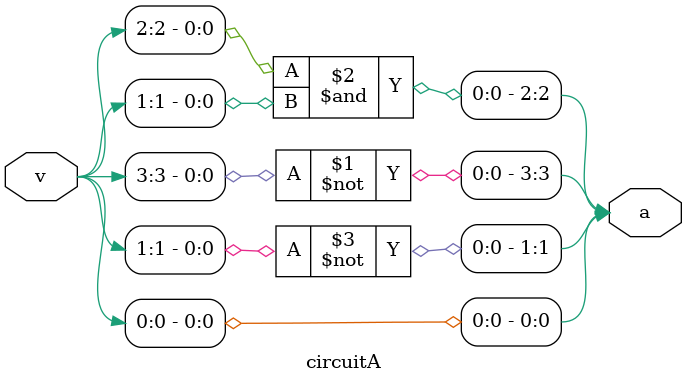
<source format=v>
module circuitA(v, a);
input [3:0] v;

output [3:0] a;

//boolean expression from truth table and K-map 
assign a[3] = ~v[3];
assign a[2] = (v[2]&v[1]);
assign a[1] = (~v[1]);
assign a[0] = (v[0]);

endmodule
</source>
